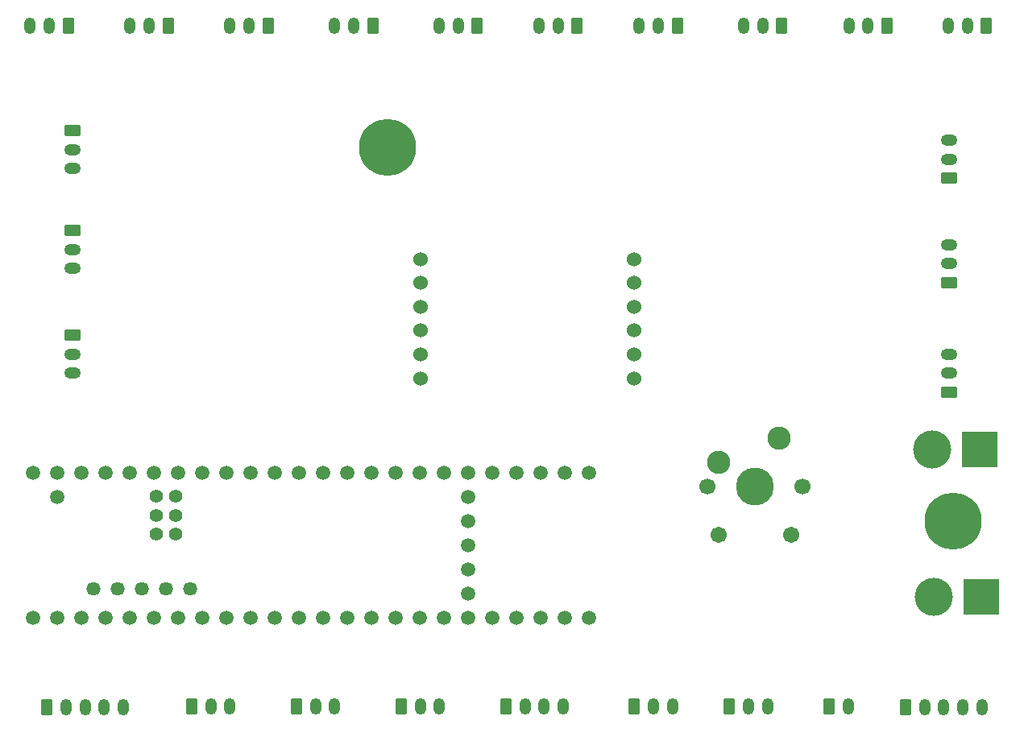
<source format=gbs>
%TF.GenerationSoftware,KiCad,Pcbnew,8.0.2*%
%TF.CreationDate,2024-10-02T19:45:14-04:00*%
%TF.ProjectId,FewawiControlBoard,46657761-7769-4436-9f6e-74726f6c426f,rev?*%
%TF.SameCoordinates,Original*%
%TF.FileFunction,Soldermask,Bot*%
%TF.FilePolarity,Negative*%
%FSLAX46Y46*%
G04 Gerber Fmt 4.6, Leading zero omitted, Abs format (unit mm)*
G04 Created by KiCad (PCBNEW 8.0.2) date 2024-10-02 19:45:14*
%MOMM*%
%LPD*%
G01*
G04 APERTURE LIST*
G04 Aperture macros list*
%AMRoundRect*
0 Rectangle with rounded corners*
0 $1 Rounding radius*
0 $2 $3 $4 $5 $6 $7 $8 $9 X,Y pos of 4 corners*
0 Add a 4 corners polygon primitive as box body*
4,1,4,$2,$3,$4,$5,$6,$7,$8,$9,$2,$3,0*
0 Add four circle primitives for the rounded corners*
1,1,$1+$1,$2,$3*
1,1,$1+$1,$4,$5*
1,1,$1+$1,$6,$7*
1,1,$1+$1,$8,$9*
0 Add four rect primitives between the rounded corners*
20,1,$1+$1,$2,$3,$4,$5,0*
20,1,$1+$1,$4,$5,$6,$7,0*
20,1,$1+$1,$6,$7,$8,$9,0*
20,1,$1+$1,$8,$9,$2,$3,0*%
G04 Aperture macros list end*
%ADD10RoundRect,0.250000X-0.625000X0.350000X-0.625000X-0.350000X0.625000X-0.350000X0.625000X0.350000X0*%
%ADD11O,1.750000X1.200000*%
%ADD12RoundRect,0.250000X0.625000X-0.350000X0.625000X0.350000X-0.625000X0.350000X-0.625000X-0.350000X0*%
%ADD13RoundRect,0.250000X-0.350000X-0.625000X0.350000X-0.625000X0.350000X0.625000X-0.350000X0.625000X0*%
%ADD14O,1.200000X1.750000*%
%ADD15RoundRect,0.250000X0.350000X0.625000X-0.350000X0.625000X-0.350000X-0.625000X0.350000X-0.625000X0*%
%ADD16C,1.512000*%
%ADD17C,1.462000*%
%ADD18C,1.412000*%
%ADD19C,6.000000*%
%ADD20R,3.800000X3.800000*%
%ADD21C,4.000000*%
%ADD22C,1.700000*%
%ADD23C,3.987800*%
%ADD24C,1.712000*%
%ADD25C,2.454000*%
%ADD26C,1.524000*%
G04 APERTURE END LIST*
D10*
%TO.C,J6*%
X103930000Y-81440000D03*
D11*
X103930000Y-83440000D03*
X103930000Y-85440000D03*
%TD*%
D12*
%TO.C,J11*%
X196030000Y-86940000D03*
D11*
X196030000Y-84940000D03*
X196030000Y-82940000D03*
%TD*%
D13*
%TO.C,J22*%
X116480000Y-131490000D03*
D14*
X118480000Y-131490000D03*
X120480000Y-131490000D03*
%TD*%
D13*
%TO.C,J16*%
X127480000Y-131490000D03*
D14*
X129480000Y-131490000D03*
X131480000Y-131490000D03*
%TD*%
D13*
%TO.C,J2*%
X191500000Y-131550000D03*
D14*
X193500000Y-131550000D03*
X195500000Y-131550000D03*
X197500000Y-131550000D03*
X199500000Y-131550000D03*
%TD*%
D15*
%TO.C,J20*%
X113980000Y-59890000D03*
D14*
X111980000Y-59890000D03*
X109980000Y-59890000D03*
%TD*%
D15*
%TO.C,J8*%
X156980000Y-59890000D03*
D14*
X154980000Y-59890000D03*
X152980000Y-59890000D03*
%TD*%
D16*
%TO.C,U1*%
X102310000Y-122180000D03*
X104850000Y-122180000D03*
X107390000Y-122180000D03*
X109930000Y-122180000D03*
X135330000Y-122180000D03*
X104850000Y-106940000D03*
X145490000Y-117100000D03*
X112470000Y-122180000D03*
X115010000Y-122180000D03*
D17*
X106120000Y-119130000D03*
D16*
X117550000Y-122180000D03*
X120090000Y-122180000D03*
X122630000Y-122180000D03*
X125170000Y-122180000D03*
X127710000Y-122180000D03*
X130250000Y-122180000D03*
X132790000Y-122180000D03*
X132790000Y-106940000D03*
X130250000Y-106940000D03*
X127710000Y-106940000D03*
X125170000Y-106940000D03*
X122630000Y-106940000D03*
X120090000Y-106940000D03*
X117550000Y-106940000D03*
X115010000Y-106940000D03*
X112470000Y-106940000D03*
X109930000Y-106940000D03*
X107390000Y-106940000D03*
X137870000Y-122180000D03*
X140410000Y-122180000D03*
X142950000Y-122180000D03*
X145490000Y-122180000D03*
X148030000Y-122180000D03*
X150570000Y-122180000D03*
X153110000Y-122180000D03*
X155650000Y-122180000D03*
X158190000Y-122180000D03*
X158190000Y-106940000D03*
X155650000Y-106940000D03*
X153110000Y-106940000D03*
X150570000Y-106940000D03*
X148030000Y-106940000D03*
X145490000Y-106940000D03*
X142950000Y-106940000D03*
X140410000Y-106940000D03*
X137870000Y-106940000D03*
D17*
X111200000Y-119130000D03*
X108660000Y-119130000D03*
D16*
X99770000Y-122180000D03*
X135330000Y-106940000D03*
X102310000Y-106940000D03*
X145490000Y-114560000D03*
D18*
X114740000Y-111390000D03*
X112740000Y-111390000D03*
D16*
X145490000Y-109480000D03*
X145490000Y-112020000D03*
D18*
X112740000Y-109390000D03*
X114740000Y-109390000D03*
X114740000Y-113390000D03*
X112740000Y-113390000D03*
D17*
X113740000Y-119130000D03*
X116280000Y-119130000D03*
D16*
X145490000Y-119640000D03*
X99770000Y-106940000D03*
X102310000Y-109480000D03*
%TD*%
D19*
%TO.C,REF\u002A\u002A*%
X196500000Y-112000000D03*
%TD*%
D15*
%TO.C,J14*%
X103480000Y-59890000D03*
D14*
X101480000Y-59890000D03*
X99480000Y-59890000D03*
%TD*%
D20*
%TO.C,J26*%
X199250000Y-104500000D03*
D21*
X194250000Y-104500000D03*
%TD*%
D22*
%TO.C,U2*%
X170670000Y-108360000D03*
D23*
X175670000Y-108360000D03*
D22*
X180670000Y-108360000D03*
D24*
X171860000Y-113440000D03*
X179480000Y-113440000D03*
D25*
X178180000Y-103280000D03*
X171860000Y-105820000D03*
%TD*%
D15*
%TO.C,J24*%
X167480000Y-59890000D03*
D14*
X165480000Y-59890000D03*
X163480000Y-59890000D03*
%TD*%
D20*
%TO.C,J27*%
X199480000Y-119940000D03*
D21*
X194480000Y-119940000D03*
%TD*%
D12*
%TO.C,J10*%
X196030000Y-75940000D03*
D11*
X196030000Y-73940000D03*
X196030000Y-71940000D03*
%TD*%
D13*
%TO.C,J25*%
X183480000Y-131490000D03*
D14*
X185480000Y-131490000D03*
%TD*%
D15*
%TO.C,J15*%
X199980000Y-59890000D03*
D14*
X197980000Y-59890000D03*
X195980000Y-59890000D03*
%TD*%
D15*
%TO.C,J18*%
X135480000Y-59890000D03*
D14*
X133480000Y-59890000D03*
X131480000Y-59890000D03*
%TD*%
D26*
%TO.C,U3*%
X140480000Y-84440000D03*
X140480000Y-86940000D03*
X140480000Y-89440000D03*
X140480000Y-91940000D03*
X140480000Y-94496000D03*
X140480000Y-97036000D03*
X162980000Y-84440000D03*
X162980000Y-86940000D03*
X162980000Y-89440000D03*
X162980000Y-91956000D03*
X162980000Y-94496000D03*
X162980000Y-97036000D03*
%TD*%
D15*
%TO.C,J3*%
X124480000Y-59890000D03*
D14*
X122480000Y-59890000D03*
X120480000Y-59890000D03*
%TD*%
D13*
%TO.C,J4*%
X138480000Y-131490000D03*
D14*
X140480000Y-131490000D03*
X142480000Y-131490000D03*
%TD*%
D13*
%TO.C,J23*%
X172980000Y-131490000D03*
D14*
X174980000Y-131490000D03*
X176980000Y-131490000D03*
%TD*%
D13*
%TO.C,J9*%
X149480000Y-131490000D03*
D14*
X151480000Y-131490000D03*
X153480000Y-131490000D03*
X155480000Y-131490000D03*
%TD*%
D13*
%TO.C,J17*%
X162980000Y-131490000D03*
D14*
X164980000Y-131490000D03*
X166980000Y-131490000D03*
%TD*%
D15*
%TO.C,J19*%
X146480000Y-59890000D03*
D14*
X144480000Y-59890000D03*
X142480000Y-59890000D03*
%TD*%
D15*
%TO.C,J13*%
X178480000Y-59940000D03*
D14*
X176480000Y-59940000D03*
X174480000Y-59940000D03*
%TD*%
D12*
%TO.C,J12*%
X196030000Y-98440000D03*
D11*
X196030000Y-96440000D03*
X196030000Y-94440000D03*
%TD*%
D10*
%TO.C,J7*%
X103930000Y-92440000D03*
D11*
X103930000Y-94440000D03*
X103930000Y-96440000D03*
%TD*%
D13*
%TO.C,J1*%
X101250000Y-131550000D03*
D14*
X103250000Y-131550000D03*
X105250000Y-131550000D03*
X107250000Y-131550000D03*
X109250000Y-131550000D03*
%TD*%
D19*
%TO.C,REF\u002A\u002A*%
X137000000Y-72750000D03*
%TD*%
D10*
%TO.C,J5*%
X103930000Y-70940000D03*
D11*
X103930000Y-72940000D03*
X103930000Y-74940000D03*
%TD*%
D15*
%TO.C,J21*%
X189530000Y-59890000D03*
D14*
X187530000Y-59890000D03*
X185530000Y-59890000D03*
%TD*%
M02*

</source>
